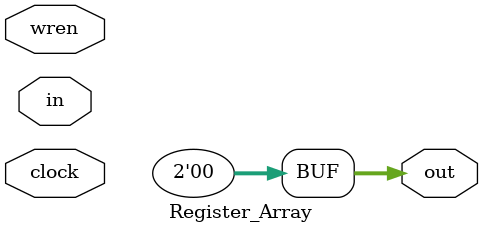
<source format=v>


// This is the way it is because you cannot pass multi-dimensional
// arrays through ports in Verilog-2001.

`default_nettype none

module Register_Array 
#(
    parameter       COUNT               = 0, 
    parameter       WIDTH               = 0,

    // Not for instantiation
    parameter   TOTAL_WIDTH = COUNT * WIDTH
) 
(
    input   wire                        clock,
    input   wire    [COUNT-1:0]         wren,
    input   wire    [TOTAL_WIDTH-1:0]   in,
    output  reg     [TOTAL_WIDTH-1:0]   out
);

// --------------------------------------------------------------------------

    initial begin
        out = {TOTAL_WIDTH{1'b0}};
    end

    integer i;
    // Not all bits of j are used, depending on
    // enclosing address decoding?
    // verilator lint_off UNUSED
    integer j;
    // verilator lint_on  UNUSED

    always @(*) begin
        j = i * WIDTH;
    end

    always @(posedge clock) begin
        for(i = 0; i < COUNT; i = i+1) begin
            out[j +: WIDTH] <= (wren[i] == 1'b1) ? in[j +: WIDTH] : out[j +: WIDTH];
        end
    end

endmodule


</source>
